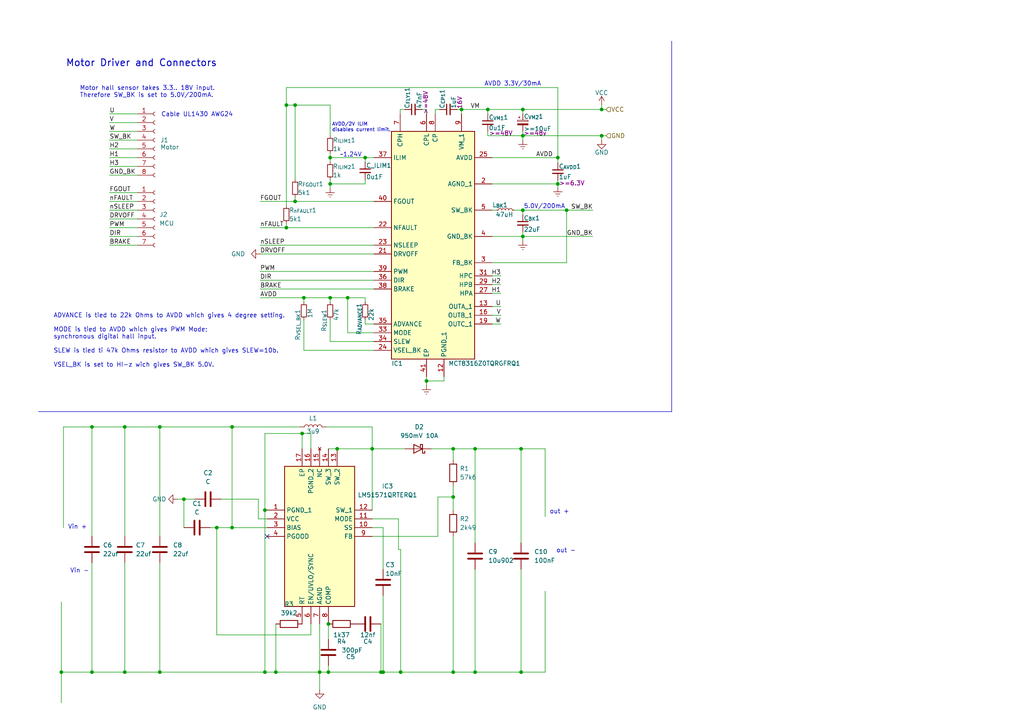
<source format=kicad_sch>
(kicad_sch (version 20230121) (generator eeschema)
  (paper "A4")
  (lib_symbols
    (symbol "Connector:Conn_01x07_Female" (pin_names (offset 1.016) hide)
      (property "Reference" "J" (at 0 10.16 0))
      (property "Value" "Conn_01x07_Female" (at 0 -10.16 0))
      (symbol "Conn_01x07_Female_1_1"
        (arc (start 0 -7.112) (mid -0.5058 -7.62) (end 0 -8.128) (stroke (width 0.1524)))
        (arc (start 0 -4.572) (mid -0.5058 -5.08) (end 0 -5.588) (stroke (width 0.1524)))
        (arc (start 0 -2.032) (mid -0.5058 -2.54) (end 0 -3.048) (stroke (width 0.1524)))
        (polyline (pts (xy -1.27 -7.62) (xy -0.508 -7.62)) (stroke (width 0.1524)))
        (polyline (pts (xy -1.27 -5.08) (xy -0.508 -5.08)) (stroke (width 0.1524)))
        (polyline (pts (xy -1.27 -2.54) (xy -0.508 -2.54)) (stroke (width 0.1524)))
        (polyline (pts (xy -1.27 0) (xy -0.508 0)) (stroke (width 0.1524)))
        (polyline (pts (xy -1.27 2.54) (xy -0.508 2.54)) (stroke (width 0.1524)))
        (polyline (pts (xy -1.27 5.08) (xy -0.508 5.08)) (stroke (width 0.1524)))
        (polyline (pts (xy -1.27 7.62) (xy -0.508 7.62)) (stroke (width 0.1524)))
        (arc (start 0 0.508) (mid -0.5058 0) (end 0 -0.508) (stroke (width 0.1524)))
        (arc (start 0 3.048) (mid -0.5058 2.54) (end 0 2.032) (stroke (width 0.1524)))
        (arc (start 0 5.588) (mid -0.5058 5.08) (end 0 4.572) (stroke (width 0.1524)))
        (arc (start 0 8.128) (mid -0.5058 7.62) (end 0 7.112) (stroke (width 0.1524)))
        (pin passive line (at -5.08 7.62 0) (length 3.81) (name "Pin_1") (number "1"))
        (pin passive line (at -5.08 5.08 0) (length 3.81) (name "Pin_2") (number "2"))
        (pin passive line (at -5.08 2.54 0) (length 3.81) (name "Pin_3") (number "3"))
        (pin passive line (at -5.08 0 0) (length 3.81) (name "Pin_4") (number "4"))
        (pin passive line (at -5.08 -2.54 0) (length 3.81) (name "Pin_5") (number "5"))
        (pin passive line (at -5.08 -5.08 0) (length 3.81) (name "Pin_6") (number "6"))
        (pin passive line (at -5.08 -7.62 0) (length 3.81) (name "Pin_7") (number "7"))
      )
    )
    (symbol "Connector:Conn_01x08_Female" (pin_names (offset 1.016) hide)
      (property "Reference" "J" (at 0 10.16 0))
      (property "Value" "Conn_01x08_Female" (at 0 -12.7 0))
      (symbol "Conn_01x08_Female_1_1"
        (arc (start 0 -9.652) (mid -0.5058 -10.16) (end 0 -10.668) (stroke (width 0.1524)))
        (arc (start 0 -7.112) (mid -0.5058 -7.62) (end 0 -8.128) (stroke (width 0.1524)))
        (arc (start 0 -4.572) (mid -0.5058 -5.08) (end 0 -5.588) (stroke (width 0.1524)))
        (arc (start 0 -2.032) (mid -0.5058 -2.54) (end 0 -3.048) (stroke (width 0.1524)))
        (polyline (pts (xy -1.27 -10.16) (xy -0.508 -10.16)) (stroke (width 0.1524)))
        (polyline (pts (xy -1.27 -7.62) (xy -0.508 -7.62)) (stroke (width 0.1524)))
        (polyline (pts (xy -1.27 -5.08) (xy -0.508 -5.08)) (stroke (width 0.1524)))
        (polyline (pts (xy -1.27 -2.54) (xy -0.508 -2.54)) (stroke (width 0.1524)))
        (polyline (pts (xy -1.27 0) (xy -0.508 0)) (stroke (width 0.1524)))
        (polyline (pts (xy -1.27 2.54) (xy -0.508 2.54)) (stroke (width 0.1524)))
        (polyline (pts (xy -1.27 5.08) (xy -0.508 5.08)) (stroke (width 0.1524)))
        (polyline (pts (xy -1.27 7.62) (xy -0.508 7.62)) (stroke (width 0.1524)))
        (arc (start 0 0.508) (mid -0.5058 0) (end 0 -0.508) (stroke (width 0.1524)))
        (arc (start 0 3.048) (mid -0.5058 2.54) (end 0 2.032) (stroke (width 0.1524)))
        (arc (start 0 5.588) (mid -0.5058 5.08) (end 0 4.572) (stroke (width 0.1524)))
        (arc (start 0 8.128) (mid -0.5058 7.62) (end 0 7.112) (stroke (width 0.1524)))
        (pin passive line (at -5.08 7.62 0) (length 3.81) (name "Pin_1") (number "1"))
        (pin passive line (at -5.08 5.08 0) (length 3.81) (name "Pin_2") (number "2"))
        (pin passive line (at -5.08 2.54 0) (length 3.81) (name "Pin_3") (number "3"))
        (pin passive line (at -5.08 0 0) (length 3.81) (name "Pin_4") (number "4"))
        (pin passive line (at -5.08 -2.54 0) (length 3.81) (name "Pin_5") (number "5"))
        (pin passive line (at -5.08 -5.08 0) (length 3.81) (name "Pin_6") (number "6"))
        (pin passive line (at -5.08 -7.62 0) (length 3.81) (name "Pin_7") (number "7"))
        (pin passive line (at -5.08 -10.16 0) (length 3.81) (name "Pin_8") (number "8"))
      )
    )
    (symbol "Device:C" (pin_numbers hide) (pin_names (offset 0.254))
      (property "Reference" "C" (at 0.635 2.54 0))
      (property "Value" "C" (at 0.635 -2.54 0))
      (symbol "C_0_1"
        (polyline (pts (xy -2.032 -0.762) (xy 2.032 -0.762)) (stroke (width 0.508)))
        (polyline (pts (xy -2.032 0.762) (xy 2.032 0.762)) (stroke (width 0.508)))
      )
      (symbol "C_1_1"
        (pin passive line (at 0 3.81 270) (length 2.794) (name "~") (number "1"))
        (pin passive line (at 0 -3.81 90) (length 2.794) (name "~") (number "2"))
      )
    )
    (symbol "Device:C_Polarized_Small" (pin_numbers hide) (pin_names (offset 0.254) hide)
      (property "Reference" "C" (at 0.254 1.778 0))
      (property "Value" "C_Polarized_Small" (at 0.254 -2.032 0))
      (symbol "C_Polarized_Small_0_1"
        (rectangle (start -1.524 -0.3048) (end 1.524 -0.6858) (fill (type outline)))
        (rectangle (start -1.524 0.6858) (end 1.524 0.3048))
        (polyline (pts (xy -1.27 1.524) (xy -0.762 1.524)))
        (polyline (pts (xy -1.016 1.27) (xy -1.016 1.778)))
      )
      (symbol "C_Polarized_Small_1_1"
        (pin passive line (at 0 2.54 270) (length 1.8542) (name "~") (number "1"))
        (pin passive line (at 0 -2.54 90) (length 1.8542) (name "~") (number "2"))
      )
    )
    (symbol "Device:C_Small" (pin_numbers hide) (pin_names (offset 0.254) hide)
      (property "Reference" "C" (at 0.254 1.778 0))
      (property "Value" "C_Small" (at 0.254 -2.032 0))
      (symbol "C_Small_0_1"
        (polyline (pts (xy -1.524 -0.508) (xy 1.524 -0.508)) (stroke (width 0.3302)))
        (polyline (pts (xy -1.524 0.508) (xy 1.524 0.508)) (stroke (width 0.3048)))
      )
      (symbol "C_Small_1_1"
        (pin passive line (at 0 2.54 270) (length 2.032) (name "~") (number "1"))
        (pin passive line (at 0 -2.54 90) (length 2.032) (name "~") (number "2"))
      )
    )
    (symbol "Device:D_Schottky" (pin_numbers hide) (pin_names (offset 1.016) hide)
      (property "Reference" "D" (at 0 2.54 0))
      (property "Value" "D_Schottky" (at 0 -2.54 0))
      (symbol "D_Schottky_0_1"
        (polyline (pts (xy 1.27 0) (xy -1.27 0)))
        (polyline (pts (xy 1.27 1.27) (xy 1.27 -1.27) (xy -1.27 0) (xy 1.27 1.27)) (stroke (width 0.254)))
        (polyline (pts (xy -1.905 0.635) (xy -1.905 1.27) (xy -1.27 1.27) (xy -1.27 -1.27) (xy -0.635 -1.27) (xy -0.635 -0.635)) (stroke (width 0.254)))
      )
      (symbol "D_Schottky_1_1"
        (pin passive line (at -3.81 0 0) (length 2.54) (name "K") (number "1"))
        (pin passive line (at 3.81 0 180) (length 2.54) (name "A") (number "2"))
      )
    )
    (symbol "Device:L" (pin_numbers hide) (pin_names (offset 1.016) hide)
      (property "Reference" "L" (at -1.27 0 90))
      (property "Value" "L" (at 1.905 0 90))
      (symbol "L_0_1"
        (arc (start 0 -2.54) (mid 0.6323 -1.905) (end 0 -1.27))
        (arc (start 0 -1.27) (mid 0.6323 -0.635) (end 0 0))
        (arc (start 0 0) (mid 0.6323 0.635) (end 0 1.27))
        (arc (start 0 1.27) (mid 0.6323 1.905) (end 0 2.54))
      )
      (symbol "L_1_1"
        (pin passive line (at 0 3.81 270) (length 1.27) (name "1") (number "1"))
        (pin passive line (at 0 -3.81 90) (length 1.27) (name "2") (number "2"))
      )
    )
    (symbol "Device:L_Small" (pin_numbers hide) (pin_names (offset 0.254) hide)
      (property "Reference" "L" (at 0.762 1.016 0))
      (property "Value" "L_Small" (at 0.762 -1.016 0))
      (symbol "L_Small_0_1"
        (arc (start 0 -2.032) (mid 0.5058 -1.524) (end 0 -1.016))
        (arc (start 0 -1.016) (mid 0.5058 -0.508) (end 0 0))
        (arc (start 0 0) (mid 0.5058 0.508) (end 0 1.016))
        (arc (start 0 1.016) (mid 0.5058 1.524) (end 0 2.032))
      )
      (symbol "L_Small_1_1"
        (pin passive line (at 0 2.54 270) (length 0.508) (name "~") (number "1"))
        (pin passive line (at 0 -2.54 90) (length 0.508) (name "~") (number "2"))
      )
    )
    (symbol "Device:R" (pin_numbers hide) (pin_names (offset 0))
      (property "Reference" "R" (at 2.032 0 90))
      (property "Value" "R" (at 0 0 90))
      (symbol "R_0_1"
        (rectangle (start -1.016 -2.54) (end 1.016 2.54) (stroke (width 0.254)))
      )
      (symbol "R_1_1"
        (pin passive line (at 0 3.81 270) (length 1.27) (name "~") (number "1"))
        (pin passive line (at 0 -3.81 90) (length 1.27) (name "~") (number "2"))
      )
    )
    (symbol "Device:R_Small" (pin_numbers hide) (pin_names (offset 0.254) hide)
      (property "Reference" "R" (at 0.762 0.508 0))
      (property "Value" "R_Small" (at 0.762 -1.016 0))
      (symbol "R_Small_0_1"
        (rectangle (start -0.762 1.778) (end 0.762 -1.778) (stroke (width 0.2032)))
      )
      (symbol "R_Small_1_1"
        (pin passive line (at 0 2.54 270) (length 0.762) (name "~") (number "1"))
        (pin passive line (at 0 -2.54 90) (length 0.762) (name "~") (number "2"))
      )
    )
    (symbol "GND_1" (power) (pin_names (offset 0))
      (property "Value" "GND_1" (at 0 -3.81 0))
      (symbol "GND_1_0_1"
        (polyline (pts (xy 0 0) (xy 0 -1.27) (xy 1.27 -1.27) (xy 0 -2.54) (xy -1.27 -1.27) (xy 0 -1.27)))
      )
      (symbol "GND_1_1_1"
        (pin power_in line (at 0 0 270) (length 0) hide (name "GND") (number "1"))
      )
    )
    (symbol "GND_2" (power) (pin_names (offset 0))
      (property "Value" "GND_2" (at 0 -3.81 0))
      (symbol "GND_2_0_1"
        (polyline (pts (xy 0 0) (xy 0 -1.27) (xy 1.27 -1.27) (xy 0 -2.54) (xy -1.27 -1.27) (xy 0 -1.27)))
      )
      (symbol "GND_2_1_1"
        (pin power_in line (at 0 0 270) (length 0) hide (name "GND") (number "1"))
      )
    )
    (symbol "GND_7" (power) (pin_names (offset 0))
      (property "Value" "GND_7" (at 0 -3.81 0))
      (symbol "GND_7_0_1"
        (polyline (pts (xy 0 0) (xy 0 -1.27) (xy 1.27 -1.27) (xy 0 -2.54) (xy -1.27 -1.27) (xy 0 -1.27)))
      )
      (symbol "GND_7_1_1"
        (pin power_in line (at 0 0 270) (length 0) hide (name "GND") (number "1"))
      )
    )
    (symbol "MCT8316Z0TQRGFRQ1:MCT8316Z0TQRGFRQ1"
      (property "Reference" "IC?" (at 5.08 -54.61 0))
      (property "Value" "MCT8316Z0TQRGFRQ1" (at 21.59 -54.61 0))
      (symbol "MCT8316Z0TQRGFRQ1_1_1"
        (rectangle (start 5.08 12.7) (end 29.21 -53.34) (stroke (width 0.254)) (fill (type background)))
        (pin no_connect line (at 29.21 -5.08 180) (length 5.08) hide (name "NC") (number "1"))
        (pin passive line (at 25.4 17.78 270) (length 5.08) hide (name "VM_2") (number "10"))
        (pin passive line (at 25.4 17.78 270) (length 5.08) hide (name "VM_3") (number "11"))
        (pin passive line (at 20.32 -58.42 90) (length 5.08) (name "PGND_1") (number "12"))
        (pin passive line (at 34.29 -38.1 180) (length 5.08) (name "OUTA_1") (number "13"))
        (pin passive line (at 34.29 -38.1 180) (length 5.08) hide (name "OUTA_2") (number "14"))
        (pin passive line (at 20.32 -58.42 90) (length 5.08) hide (name "PGND_2") (number "15"))
        (pin passive line (at 34.29 -40.64 180) (length 5.08) (name "OUTB_1") (number "16"))
        (pin passive line (at 34.29 -40.64 180) (length 5.08) hide (name "OUTB_2") (number "17"))
        (pin passive line (at 20.32 -58.42 90) (length 5.08) hide (name "PGND_3") (number "18"))
        (pin passive line (at 34.29 -43.18 180) (length 5.08) (name "OUTC_1") (number "19"))
        (pin passive line (at 34.29 -2.54 180) (length 5.08) (name "AGND_1") (number "2"))
        (pin passive line (at 34.29 -43.18 180) (length 5.08) hide (name "OUTC_2") (number "20"))
        (pin passive line (at 0 -22.86 0) (length 5.08) (name "DRVOFF") (number "21"))
        (pin passive line (at 0 -15.24 0) (length 5.08) (name "NFAULT") (number "22"))
        (pin passive line (at 0 -20.32 0) (length 5.08) (name "NSLEEP") (number "23"))
        (pin passive line (at 0 -50.8 0) (length 5.08) (name "VSEL_BK") (number "24"))
        (pin passive line (at 34.29 5.08 180) (length 5.08) (name "AVDD") (number "25"))
        (pin passive line (at 34.29 -2.54 180) (length 5.08) hide (name "AGND_2") (number "26"))
        (pin passive line (at 34.29 -34.29 180) (length 5.08) (name "HPA") (number "27"))
        (pin no_connect line (at 29.21 -21.59 180) (length 5.08) hide (name "HNA") (number "28"))
        (pin passive line (at 34.29 -31.75 180) (length 5.08) (name "HPB") (number "29"))
        (pin passive line (at 34.29 -25.4 180) (length 5.08) (name "FB_BK") (number "3"))
        (pin no_connect line (at 29.21 -21.59 180) (length 5.08) hide (name "HNB") (number "30"))
        (pin passive line (at 34.29 -29.21 180) (length 5.08) (name "HPC") (number "31"))
        (pin no_connect line (at 29.21 -21.59 180) (length 5.08) hide (name "HNC") (number "32"))
        (pin passive line (at 0 -45.72 0) (length 5.08) (name "MODE") (number "33"))
        (pin passive line (at 0 -48.26 0) (length 5.08) (name "SLEW") (number "34"))
        (pin passive line (at 0 -43.18 0) (length 5.08) (name "ADVANCE") (number "35"))
        (pin passive line (at 0 -30.48 0) (length 5.08) (name "DIR") (number "36"))
        (pin passive line (at 0 5.08 0) (length 5.08) (name "ILIM") (number "37"))
        (pin passive line (at 0 -33.02 0) (length 5.08) (name "BRAKE") (number "38"))
        (pin passive line (at 0 -27.94 0) (length 5.08) (name "PWM") (number "39"))
        (pin passive line (at 34.29 -17.78 180) (length 5.08) (name "GND_BK") (number "4"))
        (pin passive line (at 0 -7.62 0) (length 5.08) (name "FGOUT") (number "40"))
        (pin passive line (at 15.24 -58.42 90) (length 5.08) (name "EP") (number "41"))
        (pin passive line (at 34.29 -10.16 180) (length 5.08) (name "SW_BK") (number "5"))
        (pin passive line (at 15.24 17.78 270) (length 5.08) (name "CPL") (number "6"))
        (pin passive line (at 7.62 17.78 270) (length 5.08) (name "CPH") (number "7"))
        (pin passive line (at 17.78 17.78 270) (length 5.08) (name "CP") (number "8"))
        (pin passive line (at 25.4 17.78 270) (length 5.08) (name "VM_1") (number "9"))
      )
    )
    (symbol "SamacSys_Parts:LM51571QRTERQ1"
      (property "Reference" "IC" (at 26.67 17.78 0))
      (property "Value" "LM51571QRTERQ1" (at 26.67 15.24 0))
      (symbol "LM51571QRTERQ1_1_1"
        (rectangle (start 5.08 12.7) (end 25.4 -27.94) (stroke (width 0.254)) (fill (type background)))
        (pin passive line (at 0 0 0) (length 5.08) (name "PGND_1") (number "1"))
        (pin passive line (at 30.48 -5.08 180) (length 5.08) (name "SS") (number "10"))
        (pin passive line (at 30.48 -2.54 180) (length 5.08) (name "MODE") (number "11"))
        (pin passive line (at 30.48 0 180) (length 5.08) (name "SW_1") (number "12"))
        (pin passive line (at 20.32 17.78 270) (length 5.08) (name "SW_2") (number "13"))
        (pin passive line (at 17.78 17.78 270) (length 5.08) (name "SW_3") (number "14"))
        (pin no_connect line (at 15.24 17.78 270) (length 5.08) (name "NC") (number "15"))
        (pin passive line (at 12.7 17.78 270) (length 5.08) (name "PGND_2") (number "16"))
        (pin passive line (at 10.16 17.78 270) (length 5.08) (name "EP") (number "17"))
        (pin passive line (at 0 -2.54 0) (length 5.08) (name "VCC") (number "2"))
        (pin passive line (at 0 -5.08 0) (length 5.08) (name "BIAS") (number "3"))
        (pin passive line (at 0 -7.62 0) (length 5.08) (name "PGOOD") (number "4"))
        (pin passive line (at 10.16 -33.02 90) (length 5.08) (name "RT") (number "5"))
        (pin passive line (at 12.7 -33.02 90) (length 5.08) (name "EN/UVLO/SYNC") (number "6"))
        (pin passive line (at 15.24 -33.02 90) (length 5.08) (name "AGND") (number "7"))
        (pin passive line (at 17.78 -33.02 90) (length 5.08) (name "COMP") (number "8"))
        (pin passive line (at 30.48 -7.62 180) (length 5.08) (name "FB") (number "9"))
      )
    )
    (symbol "power:GND" (power) (pin_names (offset 0))
      (property "Value" "GND" (at 0 -3.81 0))
      (symbol "GND_0_1"
        (polyline (pts (xy 0 0) (xy 0 -1.27) (xy 1.27 -1.27) (xy 0 -2.54) (xy -1.27 -1.27) (xy 0 -1.27)))
      )
      (symbol "GND_1_1"
        (pin power_in line (at 0 0 270) (length 0) hide (name "GND") (number "1"))
      )
    )
    (symbol "power:GNDREF" (power) (pin_names (offset 0))
      (property "Value" "GNDREF" (at 0 -3.81 0))
      (symbol "GNDREF_0_1"
        (polyline (pts (xy -0.635 -1.905) (xy 0.635 -1.905)))
        (polyline (pts (xy -0.127 -2.54) (xy 0.127 -2.54)))
        (polyline (pts (xy 0 -1.27) (xy 0 0)))
        (polyline (pts (xy 1.27 -1.27) (xy -1.27 -1.27)))
      )
      (symbol "GNDREF_1_1"
        (pin power_in line (at 0 0 270) (length 0) hide (name "GNDREF") (number "1"))
      )
    )
    (symbol "power:VCC" (power) (pin_names (offset 0))
      (property "Value" "VCC" (at 0 3.81 0))
      (symbol "VCC_0_1"
        (polyline (pts (xy -0.762 1.27) (xy 0 2.54)))
        (polyline (pts (xy 0 0) (xy 0 2.54)))
        (polyline (pts (xy 0 2.54) (xy 0.762 1.27)))
      )
      (symbol "VCC_1_1"
        (pin power_in line (at 0 0 90) (length 0) hide (name "VCC") (number "1"))
      )
    )
  )
  (junction (at 151.13 194.945))
  (junction (at 110.49 194.945))
  (junction (at 97.79 130.175))
  (junction (at 87.63 125.73))
  (junction (at 151.638 60.96))
  (junction (at 107.95 130.175))
  (junction (at 164.338 60.96))
  (junction (at 95.25 180.975))
  (junction (at 53.34 144.78))
  (junction (at 151.638 31.75))
  (junction (at 46.355 194.945))
  (junction (at 83.058 66.04))
  (junction (at 151.638 68.58))
  (junction (at 17.78 194.945))
  (junction (at 137.795 130.175))
  (junction (at 131.445 144.145))
  (junction (at 174.498 31.75))
  (junction (at 36.195 194.945))
  (junction (at 95.758 86.36))
  (junction (at 174.498 39.37))
  (junction (at 111.125 194.945))
  (junction (at 76.835 147.955))
  (junction (at 62.865 153.035))
  (junction (at 80.01 194.945))
  (junction (at 88.138 86.36))
  (junction (at 131.445 194.945))
  (junction (at 95.758 45.72))
  (junction (at 137.795 194.945))
  (junction (at 161.798 45.72))
  (junction (at 85.598 30.48))
  (junction (at 76.835 194.945))
  (junction (at 131.445 130.175))
  (junction (at 100.838 86.36))
  (junction (at 85.598 58.42))
  (junction (at 83.058 30.48))
  (junction (at 133.858 31.75))
  (junction (at 67.31 123.825))
  (junction (at 67.31 153.035))
  (junction (at 141.478 31.75))
  (junction (at 36.195 123.825))
  (junction (at 92.71 194.945))
  (junction (at 105.918 45.72))
  (junction (at 95.758 53.34))
  (junction (at 151.638 39.37))
  (junction (at 46.355 123.825))
  (junction (at 123.698 110.49))
  (junction (at 151.13 130.175))
  (junction (at 95.25 194.945))
  (junction (at 26.67 194.945))
  (junction (at 26.67 123.825))
  (junction (at 161.798 53.34))
  (junction (at 116.205 194.945))
  (no_connect (at 77.47 155.575))
  (wire (pts (xy 142.748 60.96) (xy 144.018 60.96)))
  (wire (pts (xy 105.918 92.71) (xy 105.918 93.98)))
  (wire (pts (xy 75.438 58.42) (xy 85.598 58.42)))
  (wire (pts (xy 151.13 194.945) (xy 158.115 194.945)))
  (wire (pts (xy 31.75 38.1) (xy 39.878 38.1)))
  (wire (pts (xy 88.138 86.36) (xy 95.758 86.36)))
  (wire (pts (xy 26.67 194.945) (xy 36.195 194.945)))
  (wire (pts (xy 62.865 153.035) (xy 67.31 153.035)))
  (wire (pts (xy 115.57 159.385) (xy 115.57 150.495)))
  (wire (pts (xy 26.67 123.825) (xy 36.195 123.825)))
  (wire (pts (xy 95.758 86.36) (xy 95.758 87.63)))
  (wire (pts (xy 17.78 174.625) (xy 17.78 194.945)))
  (wire (pts (xy 95.758 53.34) (xy 95.758 54.61)))
  (wire (pts (xy 31.75 66.04) (xy 39.878 66.04)))
  (wire (pts (xy 161.798 52.324) (xy 161.798 53.34)))
  (wire (pts (xy 100.838 86.36) (xy 105.918 86.36)))
  (wire (pts (xy 85.598 58.42) (xy 85.598 57.15)))
  (wire (pts (xy 88.138 101.6) (xy 108.458 101.6)))
  (wire (pts (xy 142.748 93.98) (xy 145.288 93.98)))
  (wire (pts (xy 131.445 155.575) (xy 131.445 194.945)))
  (wire (pts (xy 123.698 31.75) (xy 122.428 31.75)))
  (wire (pts (xy 18.415 123.825) (xy 26.67 123.825)))
  (wire (pts (xy 151.13 165.1) (xy 151.13 194.945)))
  (wire (pts (xy 111.125 153.035) (xy 111.125 165.1)))
  (wire (pts (xy 31.75 33.02) (xy 39.878 33.02)))
  (wire (pts (xy 80.01 194.945) (xy 92.71 194.945)))
  (wire (pts (xy 142.748 80.01) (xy 145.288 80.01)))
  (wire (pts (xy 161.798 53.34) (xy 161.798 54.356)))
  (wire (pts (xy 115.57 159.385) (xy 116.205 159.385)))
  (wire (pts (xy 111.125 172.72) (xy 111.125 194.945)))
  (wire (pts (xy 158.115 171.45) (xy 158.115 194.945)))
  (wire (pts (xy 17.78 194.945) (xy 17.78 203.835)))
  (wire (pts (xy 17.78 194.945) (xy 26.67 194.945)))
  (wire (pts (xy 85.598 58.42) (xy 108.458 58.42)))
  (wire (pts (xy 137.795 130.175) (xy 151.13 130.175)))
  (wire (pts (xy 116.078 31.75) (xy 116.078 33.02)))
  (wire (pts (xy 126.238 31.75) (xy 126.238 33.02)))
  (wire (pts (xy 95.758 44.45) (xy 95.758 45.72)))
  (wire (pts (xy 137.795 165.1) (xy 137.795 194.945)))
  (wire (pts (xy 142.748 82.55) (xy 145.288 82.55)))
  (wire (pts (xy 141.478 31.75) (xy 151.638 31.75)))
  (wire (pts (xy 87.63 125.73) (xy 90.17 125.73)))
  (wire (pts (xy 95.758 46.99) (xy 95.758 45.72)))
  (wire (pts (xy 142.748 85.09) (xy 145.288 85.09)))
  (wire (pts (xy 92.71 194.945) (xy 95.25 194.945)))
  (wire (pts (xy 127.508 31.75) (xy 126.238 31.75)))
  (wire (pts (xy 158.115 130.175) (xy 158.115 149.86)))
  (wire (pts (xy 95.758 45.72) (xy 105.918 45.72)))
  (wire (pts (xy 31.75 63.5) (xy 39.878 63.5)))
  (wire (pts (xy 151.638 39.37) (xy 151.638 40.64)))
  (wire (pts (xy 95.25 193.04) (xy 95.25 194.945)))
  (wire (pts (xy 107.95 130.175) (xy 97.79 130.175)))
  (wire (pts (xy 95.25 194.945) (xy 110.49 194.945)))
  (wire (pts (xy 151.13 157.48) (xy 151.13 130.175)))
  (wire (pts (xy 90.17 184.15) (xy 62.865 184.15)))
  (wire (pts (xy 123.698 33.02) (xy 123.698 31.75)))
  (wire (pts (xy 164.338 60.96) (xy 164.338 76.2)))
  (wire (pts (xy 92.71 180.975) (xy 92.71 194.945)))
  (wire (pts (xy 127 155.575) (xy 127 144.145)))
  (wire (pts (xy 115.57 150.495) (xy 107.95 150.495)))
  (wire (pts (xy 77.47 153.035) (xy 67.31 153.035)))
  (wire (pts (xy 110.49 194.945) (xy 111.125 194.945)))
  (wire (pts (xy 51.435 144.78) (xy 53.34 144.78)))
  (wire (pts (xy 131.445 130.175) (xy 137.795 130.175)))
  (wire (pts (xy 76.835 147.955) (xy 76.835 194.945)))
  (wire (pts (xy 174.498 39.37) (xy 174.498 40.64)))
  (wire (pts (xy 75.438 78.74) (xy 108.458 78.74)))
  (wire (pts (xy 83.058 30.48) (xy 83.058 59.69)))
  (wire (pts (xy 76.835 125.73) (xy 76.835 147.955)))
  (wire (pts (xy 132.588 31.75) (xy 133.858 31.75)))
  (wire (pts (xy 151.638 31.75) (xy 151.638 33.02)))
  (wire (pts (xy 62.865 184.15) (xy 62.865 153.035)))
  (wire (pts (xy 137.795 130.175) (xy 137.795 157.48)))
  (wire (pts (xy 131.445 130.175) (xy 131.445 133.35)))
  (wire (pts (xy 36.195 123.825) (xy 36.195 155.575)))
  (wire (pts (xy 151.638 60.96) (xy 164.338 60.96)))
  (wire (pts (xy 127 144.145) (xy 131.445 144.145)))
  (wire (pts (xy 161.798 53.34) (xy 142.748 53.34)))
  (wire (pts (xy 174.498 39.37) (xy 175.768 39.37)))
  (wire (pts (xy 142.748 76.2) (xy 164.338 76.2)))
  (wire (pts (xy 31.75 55.88) (xy 39.878 55.88)))
  (wire (pts (xy 107.95 147.955) (xy 107.95 130.175)))
  (wire (pts (xy 151.638 31.75) (xy 174.498 31.75)))
  (wire (pts (xy 116.205 194.945) (xy 131.445 194.945)))
  (wire (pts (xy 67.31 123.825) (xy 86.995 123.825)))
  (wire (pts (xy 26.67 123.825) (xy 26.67 155.575)))
  (wire (pts (xy 131.445 194.945) (xy 137.795 194.945)))
  (wire (pts (xy 111.125 194.945) (xy 116.205 194.945)))
  (wire (pts (xy 18.415 123.825) (xy 18.415 153.035)))
  (wire (pts (xy 64.135 144.78) (xy 74.93 144.78)))
  (wire (pts (xy 142.748 45.72) (xy 161.798 45.72)))
  (wire (pts (xy 53.34 144.78) (xy 56.515 144.78)))
  (wire (pts (xy 31.75 68.58) (xy 39.878 68.58)))
  (wire (pts (xy 151.13 130.175) (xy 158.115 130.175)))
  (wire (pts (xy 164.338 60.96) (xy 171.958 60.96)))
  (wire (pts (xy 85.598 30.48) (xy 95.758 30.48)))
  (wire (pts (xy 74.93 150.495) (xy 77.47 150.495)))
  (wire (pts (xy 174.498 31.75) (xy 175.768 31.75)))
  (wire (pts (xy 137.795 194.945) (xy 151.13 194.945)))
  (wire (pts (xy 161.798 45.72) (xy 161.798 47.244)))
  (wire (pts (xy 95.758 30.48) (xy 95.758 39.37)))
  (wire (pts (xy 107.95 130.175) (xy 117.475 130.175)))
  (wire (pts (xy 74.93 144.78) (xy 74.93 150.495)))
  (wire (pts (xy 107.95 153.035) (xy 111.125 153.035)))
  (wire (pts (xy 174.498 30.48) (xy 174.498 31.75)))
  (wire (pts (xy 116.078 31.75) (xy 117.348 31.75)))
  (polyline (pts (xy 194.818 11.938) (xy 194.818 119.38)))
  (wire (pts (xy 92.71 194.945) (xy 92.71 200.025)))
  (wire (pts (xy 83.058 66.04) (xy 83.058 64.77)))
  (wire (pts (xy 131.445 144.145) (xy 131.445 147.955)))
  (wire (pts (xy 142.748 91.44) (xy 145.288 91.44)))
  (wire (pts (xy 46.355 194.945) (xy 76.835 194.945)))
  (wire (pts (xy 105.918 45.72) (xy 108.458 45.72)))
  (wire (pts (xy 133.858 31.75) (xy 133.858 33.02)))
  (wire (pts (xy 128.778 109.22) (xy 128.778 110.49)))
  (wire (pts (xy 151.638 67.31) (xy 151.638 68.58)))
  (wire (pts (xy 105.918 45.72) (xy 105.918 46.99)))
  (wire (pts (xy 95.758 92.71) (xy 95.758 99.06)))
  (wire (pts (xy 85.598 30.48) (xy 85.598 52.07)))
  (wire (pts (xy 36.195 163.195) (xy 36.195 194.945)))
  (wire (pts (xy 123.698 110.49) (xy 123.698 109.22)))
  (wire (pts (xy 90.17 130.175) (xy 90.17 125.73)))
  (wire (pts (xy 151.638 60.96) (xy 149.098 60.96)))
  (wire (pts (xy 123.698 110.49) (xy 123.698 111.76)))
  (wire (pts (xy 31.75 50.8) (xy 39.878 50.8)))
  (wire (pts (xy 75.438 86.36) (xy 88.138 86.36)))
  (wire (pts (xy 133.858 31.75) (xy 141.478 31.75)))
  (wire (pts (xy 151.638 68.58) (xy 171.958 68.58)))
  (wire (pts (xy 141.478 31.75) (xy 141.478 33.02)))
  (wire (pts (xy 31.75 71.12) (xy 39.878 71.12)))
  (wire (pts (xy 83.058 25.4) (xy 83.058 30.48)))
  (wire (pts (xy 75.438 81.28) (xy 108.458 81.28)))
  (wire (pts (xy 151.638 38.1) (xy 151.638 39.37)))
  (wire (pts (xy 125.095 130.175) (xy 131.445 130.175)))
  (wire (pts (xy 88.138 92.71) (xy 88.138 101.6)))
  (wire (pts (xy 75.438 71.12) (xy 108.458 71.12)))
  (wire (pts (xy 67.31 123.825) (xy 67.31 153.035)))
  (wire (pts (xy 31.75 58.42) (xy 39.878 58.42)))
  (wire (pts (xy 95.758 99.06) (xy 108.458 99.06)))
  (wire (pts (xy 46.355 123.825) (xy 67.31 123.825)))
  (wire (pts (xy 100.838 96.52) (xy 100.838 86.36)))
  (wire (pts (xy 95.758 53.34) (xy 95.758 52.07)))
  (wire (pts (xy 110.49 180.975) (xy 110.49 194.945)))
  (wire (pts (xy 75.438 83.82) (xy 108.458 83.82)))
  (wire (pts (xy 83.058 66.04) (xy 108.458 66.04)))
  (wire (pts (xy 46.355 123.825) (xy 46.355 155.575)))
  (polyline (pts (xy 11.176 119.38) (xy 194.818 119.38)))
  (wire (pts (xy 161.798 25.4) (xy 161.798 45.72)))
  (wire (pts (xy 36.195 123.825) (xy 46.355 123.825)))
  (wire (pts (xy 83.058 30.48) (xy 85.598 30.48)))
  (wire (pts (xy 88.138 86.36) (xy 88.138 87.63)))
  (wire (pts (xy 105.918 87.63) (xy 105.918 86.36)))
  (wire (pts (xy 141.478 38.1) (xy 141.478 39.37)))
  (wire (pts (xy 31.75 60.96) (xy 39.878 60.96)))
  (wire (pts (xy 31.75 45.72) (xy 39.878 45.72)))
  (wire (pts (xy 95.758 53.34) (xy 105.918 53.34)))
  (wire (pts (xy 95.758 86.36) (xy 100.838 86.36)))
  (wire (pts (xy 76.835 194.945) (xy 80.01 194.945)))
  (wire (pts (xy 87.63 125.73) (xy 87.63 130.175)))
  (wire (pts (xy 128.778 110.49) (xy 123.698 110.49)))
  (wire (pts (xy 161.798 25.4) (xy 83.058 25.4)))
  (wire (pts (xy 95.25 180.975) (xy 95.25 185.42)))
  (wire (pts (xy 31.75 43.18) (xy 39.878 43.18)))
  (wire (pts (xy 151.638 62.23) (xy 151.638 60.96)))
  (wire (pts (xy 76.835 125.73) (xy 87.63 125.73)))
  (wire (pts (xy 31.75 40.64) (xy 39.878 40.64)))
  (wire (pts (xy 31.75 48.26) (xy 39.878 48.26)))
  (wire (pts (xy 105.918 52.07) (xy 105.918 53.34)))
  (wire (pts (xy 76.835 147.955) (xy 77.47 147.955)))
  (wire (pts (xy 60.96 153.035) (xy 62.865 153.035)))
  (wire (pts (xy 141.478 39.37) (xy 151.638 39.37)))
  (wire (pts (xy 95.25 130.175) (xy 97.79 130.175)))
  (wire (pts (xy 36.195 194.945) (xy 46.355 194.945)))
  (wire (pts (xy 116.205 159.385) (xy 116.205 194.945)))
  (wire (pts (xy 105.918 93.98) (xy 108.458 93.98)))
  (wire (pts (xy 31.75 35.56) (xy 39.878 35.56)))
  (wire (pts (xy 151.638 39.37) (xy 174.498 39.37)))
  (wire (pts (xy 46.355 163.195) (xy 46.355 194.945)))
  (wire (pts (xy 75.438 73.66) (xy 108.458 73.66)))
  (wire (pts (xy 107.95 155.575) (xy 127 155.575)))
  (wire (pts (xy 131.445 140.97) (xy 131.445 144.145)))
  (wire (pts (xy 107.95 123.825) (xy 107.95 130.175)))
  (wire (pts (xy 53.34 153.035) (xy 53.34 144.78)))
  (wire (pts (xy 75.438 66.04) (xy 83.058 66.04)))
  (wire (pts (xy 26.67 163.195) (xy 26.67 194.945)))
  (wire (pts (xy 94.615 123.825) (xy 107.95 123.825)))
  (wire (pts (xy 90.17 180.975) (xy 90.17 184.15)))
  (wire (pts (xy 108.458 96.52) (xy 100.838 96.52)))
  (wire (pts (xy 151.638 68.58) (xy 142.748 68.58)))
  (wire (pts (xy 142.748 88.9) (xy 145.288 88.9)))
  (wire (pts (xy 151.638 68.58) (xy 151.638 69.85)))
  (wire (pts (xy 80.01 180.975) (xy 80.01 194.945)))
  (text "Vin -\n" (at 20.32 166.37 0) (effects (font (size 1.27 1.27)) (justify left bottom)))
  (text "Vin +\n" (at 19.685 153.67 0) (effects (font (size 1.27 1.27)) (justify left bottom)))
  (text "~1.24V" (at 98.552 45.72 0) (effects (font (size 1.27 1.27)) (justify left bottom)))
  (text "out -\n\n" (at 161.29 162.56 0) (effects (font (size 1.27 1.27)) (justify left bottom)))
  (text "AVDD 3.3V/30mA" (at 140.462 25.146 0) (effects (font (size 1.27 1.27)) (justify left bottom)))
  (text "out +\n" (at 159.385 149.225 0) (effects (font (size 1.27 1.27)) (justify left bottom)))
  (text "AVDD/2V ILIM \ndisables current limit." (at 96.266 38.354 0) (effects (font (size 1 1)) (justify left bottom)))
  (text "Motor hall sensor takes 3.3.. 18V input.\nTherefore SW_BK is set to 5.0V/200mA." (at 23.114 28.448 0) (effects (font (size 1.27 1.27)) (justify left bottom)))
  (text "ADVANCE is tied to 22k Ohms to AVDD which gives 4 degree setting.\n\nMODE is tied to AVDD which gives PWM Mode;\nsynchronous digital hall input.\n\nSLEW is tied ti 47k Ohms resistor to AVDD which gives SLEW=10b.\n\nVSEL_BK is set to HI-z wich gives SW_BK 5.0V." (at 15.494 106.68 0) (effects (font (size 1.27 1.27)) (justify left bottom)))
  (text "Cable UL1430 AWG24" (at 46.736 34.036 0) (effects (font (size 1.27 1.27)) (justify left bottom)))
  (text "5.0V/200mA" (at 151.892 60.706 0) (effects (font (size 1.27 1.27)) (justify left bottom)))
  (text "Motor Driver and Connectors" (at 19.05 19.558 0) (effects (font (size 2 2) (thickness 0.254) bold) (justify left bottom)))
  (label "H1" (at 145.288 85.09 180))
  (label "H1" (at 31.75 45.72 0))
  (label "H3" (at 145.288 80.01 180))
  (label "FGOUT" (at 31.75 55.88 0))
  (label "SW_BK" (at 31.75 40.64 0))
  (label "AVDD" (at 155.448 45.72 0))
  (label "BRAKE" (at 31.75 71.12 0))
  (label "U" (at 145.288 88.9 180))
  (label "V" (at 145.288 91.44 180))
  (label "GND_BK" (at 31.75 50.8 0))
  (label "AVDD" (at 75.438 86.36 0))
  (label "DIR" (at 75.438 81.28 0))
  (label "PWM" (at 31.75 66.04 0))
  (label "H2" (at 145.288 82.55 180))
  (label "DRVOFF" (at 31.75 63.5 0))
  (label "DIR" (at 31.75 68.58 0))
  (label "nSLEEP" (at 31.75 60.96 0))
  (label "FGOUT" (at 75.438 58.42 0))
  (label "DRVOFF" (at 75.438 73.66 0))
  (label "W" (at 31.75 38.1 0))
  (label "nFAULT" (at 31.75 58.42 0))
  (label "VM" (at 139.192 31.75 180))
  (label "U" (at 31.75 33.02 0))
  (label "BRAKE" (at 75.438 83.82 0))
  (label "SW_BK" (at 171.958 60.96 180))
  (label "PWM" (at 75.438 78.74 0))
  (label "H3" (at 31.75 48.26 0))
  (label "GND_BK" (at 171.958 68.58 180))
  (label "H2" (at 31.75 43.18 0))
  (label "W" (at 145.288 93.98 180))
  (label "nSLEEP" (at 75.438 71.12 0))
  (label "V" (at 31.75 35.56 0))
  (label "nFAULT" (at 75.438 66.04 0))
  (hierarchical_label "VCC" (shape input) (at 175.768 31.75 0))
  (hierarchical_label "GND" (shape input) (at 175.768 39.37 0))
  (symbol (lib_id "Device:R_Small") (at 83.058 62.23 0) (unit 1)
    (property "Reference" "R_{nFAULT}1" (at 83.82 60.96 0) (effects (justify left)))
    (property "Value" "5k1" (at 83.82 63.5 0) (effects (justify left)))
  )
  (symbol (lib_id "Device:C_Small") (at 141.478 35.56 0) (unit 1)
    (property "Reference" "C_{VM1}1" (at 141.732 34.036 0) (effects (justify left)))
    (property "Value" "0u1F" (at 141.732 37.084 0) (effects (justify left)))
    (property "Voltage" ">=48V" (at 145.288 38.608 0))
  )
  (symbol (lib_id "Device:C") (at 111.125 168.91 0) (unit 1)
    (property "Reference" "C3" (at 111.76 163.83 0) (effects (justify left)))
    (property "Value" "10nF" (at 111.76 166.37 0) (effects (justify left)))
  )
  (symbol (lib_id "power:GNDREF") (at 161.798 54.356 0) (unit 1)
    (property "Reference" "#PWR05" (effects hide))
    (property "Value" "GNDREF" (effects hide))
  )
  (symbol (lib_id "Device:C") (at 95.25 189.23 180) (unit 1)
    (property "Reference" "C5" (at 100.33 190.5 0) (effects (justify right)))
    (property "Value" "300pF" (at 99.06 188.595 0) (effects (justify right)))
  )
  (symbol (lib_id "Device:C") (at 151.13 161.29 0) (unit 1)
    (property "Reference" "C10" (at 154.94 160.02 0) (effects (justify left)))
    (property "Value" "100nF" (at 154.94 162.56 0) (effects (justify left)))
  )
  (symbol (lib_id "Device:C") (at 57.15 153.035 270) (unit 1)
    (property "Reference" "C1" (at 57.15 146.05 90))
    (property "Value" "C" (at 57.15 148.59 90))
  )
  (symbol (lib_id "Device:C_Small") (at 161.798 49.784 0) (unit 1)
    (property "Reference" "C_{AVDD}1" (at 162.052 48.26 0) (effects (justify left)))
    (property "Value" "1uF" (at 162.052 51.308 0) (effects (justify left)))
    (property "Voltage" ">=6.3V" (at 165.862 53.086 0))
  )
  (symbol (lib_id "Device:R") (at 83.82 180.975 90) (unit 1)
    (property "Reference" "R3" (at 83.82 175.26 90))
    (property "Value" "39k2" (at 83.82 177.8 90))
  )
  (symbol (lib_id "Device:C") (at 46.355 159.385 0) (unit 1)
    (property "Reference" "C8" (at 50.165 158.115 0) (effects (justify left)))
    (property "Value" "22uf" (at 50.165 160.655 0) (effects (justify left)))
  )
  (symbol (lib_id "Device:R_Small") (at 88.138 90.17 180) (unit 1)
    (property "Reference" "R_{VSEL_BK}1" (at 86.36 89.662 90) (effects (justify left)))
    (property "Value" "1M" (at 89.916 89.408 90) (effects (justify left)))
  )
  (symbol (lib_id "Device:R_Small") (at 95.758 49.53 0) (unit 1)
    (property "Reference" "R_{ILIM2}1" (at 96.52 48.26 0) (effects (justify left)))
    (property "Value" "1k" (at 96.52 50.8 0) (effects (justify left)))
  )
  (symbol (lib_id "MCT8316Z0TQRGFRQ1:MCT8316Z0TQRGFRQ1") (at 108.458 50.8 0) (unit 1)
    (property "Reference" "IC1" (at 113.538 105.41 0) (effects (justify left)))
    (property "Value" "MCT8316Z0TQRGFRQ1" (at 130.048 105.41 0) (effects (justify left)))
    (property "Reference_1" "IC" (effects hide))
    (property "Value_1" "MCT8316Z0TQRGFRQ1" (effects hide))
    (property "Footprint_1" "QFN50P500X700X100-41N-D" (effects hide))
    (property "Datasheet_1" "https://www.ti.com/lit/ds/symlink/mct8316z-q1.pdf?ts=1644468763902&ref_url=https%253A%252F%252Fwww.ti.com%252Fproduct%252FMCT8316Z-Q1" (effects hide))
    (property "Height" "1" (effects hide))
    (property "Mouser Part Number" "595-CT8316Z0TQRGFRQ1" (effects hide))
    (property "Mouser Price/Stock" "https://www.mouser.co.uk/ProductDetail/Texas-Instruments/MCT8316Z0TQRGFRQ1?qs=doiCPypUmgGjpIW3bYp16w%3D%3D" (effects hide))
    (property "Manufacturer_Name" "Texas Instruments" (effects hide))
    (property "Manufacturer_Part_Number" "MCT8316Z0TQRGFRQ1" (effects hide))
  )
  (symbol (lib_id "power:GNDREF") (at 123.698 111.76 0) (unit 1)
    (property "Reference" "#PWR02" (effects hide))
    (property "Value" "GNDREF" (effects hide))
  )
  (symbol (lib_id "Device:R_Small") (at 85.598 54.61 0) (unit 1)
    (property "Reference" "R_{FGOUT}1" (at 86.36 53.34 0) (effects (justify left)))
    (property "Value" "5k1" (at 86.36 55.88 0) (effects (justify left)))
  )
  (symbol (lib_id "Device:R") (at 131.445 137.16 180) (unit 1)
    (property "Reference" "R1" (at 133.35 135.89 0) (effects (justify right)))
    (property "Value" "57k6" (at 133.35 138.43 0) (effects (justify right)))
  )
  (symbol (lib_id "Device:C") (at 60.325 144.78 90) (unit 1)
    (property "Reference" "C2" (at 60.325 137.16 90))
    (property "Value" "C" (at 60.325 139.7 90))
  )
  (symbol (lib_id "Device:C_Small") (at 119.888 31.75 90) (unit 1)
    (property "Reference" "C_{FLY1}1" (at 118.11 31.496 0) (effects (justify left)))
    (property "Value" "47nF" (at 121.666 31.496 0) (effects (justify left)))
    (property "Voltage" ">=48V" (at 123.444 29.718 0))
  )
  (symbol (lib_name "GND_7") (lib_id "power:GND") (at 92.71 200.025 0) (unit 1)
    (property "Reference" "#PWR014" (effects hide))
    (property "Value" "GND" (at 92.71 205.105 0))
  )
  (symbol (lib_id "Connector:Conn_01x08_Female") (at 44.958 40.64 0) (unit 1)
    (property "Reference" "J1" (at 46.482 40.6399 0) (effects (justify left)))
    (property "Value" "Motor" (at 46.482 42.672 0) (effects (justify left)))
  )
  (symbol (lib_name "GND_2") (lib_id "power:GND") (at 51.435 144.78 270) (unit 1)
    (property "Reference" "#PWR09" (effects hide))
    (property "Value" "GND" (at 48.26 144.78 90) (effects (justify right)))
  )
  (symbol (lib_name "GND_1") (lib_id "power:GND") (at 75.438 73.66 270) (unit 1)
    (property "Reference" "#PWR08" (effects hide))
    (property "Value" "GND" (at 71.12 73.66 90) (effects (justify right)))
  )
  (symbol (lib_id "Device:R") (at 99.06 180.975 270) (unit 1)
    (property "Reference" "R4" (at 99.06 186.055 90))
    (property "Value" "1k37" (at 99.06 184.15 90))
  )
  (symbol (lib_id "Device:L_Small") (at 146.558 60.96 90) (unit 1)
    (property "Reference" "L_{BK}1" (at 145.034 59.436 90))
    (property "Value" "47uH" (at 146.304 62.23 90))
  )
  (symbol (lib_id "Device:C") (at 137.795 161.29 0) (unit 1)
    (property "Reference" "C9" (at 141.605 160.02 0) (effects (justify left)))
    (property "Value" "10u902" (at 141.605 162.56 0) (effects (justify left)))
  )
  (symbol (lib_id "Device:D_Schottky") (at 121.285 130.175 180) (unit 1)
    (property "Reference" "D2" (at 121.6025 123.825 0))
    (property "Value" "950mV 10A" (at 121.6025 126.365 0))
  )
  (symbol (lib_id "Device:R_Small") (at 105.918 90.17 180) (unit 1)
    (property "Reference" "R_{ADVANCE}1" (at 104.14 87.884 90) (effects (justify left)))
    (property "Value" "22k" (at 107.696 89.408 90) (effects (justify left)))
  )
  (symbol (lib_id "SamacSys_Parts:LM51571QRTERQ1") (at 77.47 147.955 0) (unit 1)
    (property "Reference" "IC3" (at 112.395 141.0269 0))
    (property "Value" "LM51571QRTERQ1" (at 112.395 143.5669 0))
    (property "Footprint" "QFN50P300X300X80-17N-D" (effects hide))
    (property "Datasheet" "https://www.ti.com/lit/ds/symlink/lm51571-q1.pdf?ts=1617256844020&ref_url=https%253A%252F%252Fwww.ti.com%252Fstore%252Fti%252Fen%252Fp%252Fproduct%252F%253Fp%253DLM51571QRTERQ1" (effects hide))
    (property "Height" "0.8" (effects hide))
    (property "Mouser Part Number" "595-LM51571QRTERQ1" (effects hide))
    (property "Mouser Price/Stock" "https://www.mouser.co.uk/ProductDetail/Texas-Instruments/LM51571QRTERQ1?qs=DRkmTr78QATLeGZjuFYyEQ%3D%3D" (effects hide))
    (property "Manufacturer_Name" "Texas Instruments" (effects hide))
    (property "Manufacturer_Part_Number" "LM51571QRTERQ1" (effects hide))
  )
  (symbol (lib_id "Device:R_Small") (at 95.758 90.17 180) (unit 1)
    (property "Reference" "R_{SLEW}1" (at 93.98 89.662 90) (effects (justify left)))
    (property "Value" "47k" (at 97.536 89.408 90) (effects (justify left)))
  )
  (symbol (lib_id "Connector:Conn_01x07_Female") (at 44.958 63.5 0) (unit 1)
    (property "Reference" "J2" (at 46.228 62.2299 0) (effects (justify left)))
    (property "Value" "MCU" (at 46.228 64.7699 0) (effects (justify left)))
  )
  (symbol (lib_id "power:GND") (at 174.498 40.64 0) (unit 1)
    (property "Reference" "#PWR07" (effects hide))
    (property "Value" "GND" (at 174.498 44.196 0))
  )
  (symbol (lib_id "Device:C_Small") (at 130.048 31.75 90) (unit 1)
    (property "Reference" "C_{CP1}1" (at 128.27 31.496 0) (effects (justify left)))
    (property "Value" "1uF" (at 131.572 31.496 0) (effects (justify left)))
    (property "Voltage" "16V" (at 133.35 29.718 0))
  )
  (symbol (lib_id "Device:R_Small") (at 95.758 41.91 0) (unit 1)
    (property "Reference" "R_{ILIM1}1" (at 96.52 40.64 0) (effects (justify left)))
    (property "Value" "1k" (at 96.52 43.18 0) (effects (justify left)))
  )
  (symbol (lib_id "Device:C_Polarized_Small") (at 151.638 35.56 0) (unit 1)
    (property "Reference" "C_{VM2}1" (at 151.892 33.782 0) (effects (justify left)))
    (property "Value" ">=10uF" (at 151.892 37.338 0) (effects (justify left)))
    (property "Voltage" ">=48v" (at 155.194 38.608 0))
  )
  (symbol (lib_id "power:GNDREF") (at 151.638 40.64 0) (unit 1)
    (property "Reference" "#PWR03" (effects hide))
    (property "Value" "GNDREF" (effects hide))
  )
  (symbol (lib_id "power:GNDREF") (at 95.758 54.61 0) (unit 1)
    (property "Reference" "#PWR01" (effects hide))
    (property "Value" "GNDREF" (effects hide))
  )
  (symbol (lib_id "Device:L") (at 90.805 123.825 90) (unit 1)
    (property "Reference" "L1" (at 90.805 121.285 90))
    (property "Value" "3u9" (at 90.805 125.095 90))
  )
  (symbol (lib_id "Device:C_Small") (at 151.638 64.77 0) (unit 1)
    (property "Reference" "C_{BK}1" (at 151.892 63.246 0) (effects (justify left)))
    (property "Value" "22uF" (at 151.892 66.548 0) (effects (justify left)))
  )
  (symbol (lib_id "power:GNDREF") (at 151.638 69.85 0) (unit 1)
    (property "Reference" "#PWR04" (effects hide))
    (property "Value" "GNDREF" (effects hide))
  )
  (symbol (lib_id "Device:C") (at 26.67 159.385 0) (unit 1)
    (property "Reference" "C6" (at 29.845 158.115 0) (effects (justify left)))
    (property "Value" "22uf" (at 29.845 160.655 0) (effects (justify left)))
  )
  (symbol (lib_id "Device:C") (at 106.68 180.975 90) (unit 1)
    (property "Reference" "C4" (at 106.68 186.055 90))
    (property "Value" "12nf" (at 106.68 184.15 90))
  )
  (symbol (lib_id "Device:C_Small") (at 105.918 49.53 0) (unit 1)
    (property "Reference" "C_ILIM1" (at 106.172 48.006 0) (effects (justify left)))
    (property "Value" "0u1F" (at 106.172 51.308 0) (effects (justify left)))
  )
  (symbol (lib_id "Device:R") (at 131.445 151.765 0) (unit 1)
    (property "Reference" "R2" (at 133.35 150.495 0) (effects (justify left)))
    (property "Value" "2k49" (at 133.35 153.035 0) (effects (justify left)))
  )
  (symbol (lib_id "power:VCC") (at 174.498 30.48 0) (unit 1)
    (property "Reference" "#PWR06" (effects hide))
    (property "Value" "VCC" (at 174.498 26.924 0))
  )
  (symbol (lib_id "Device:C") (at 36.195 159.385 0) (unit 1)
    (property "Reference" "C7" (at 39.37 158.115 0) (effects (justify left)))
    (property "Value" "22uf" (at 39.37 160.655 0) (effects (justify left)))
  )
)
</source>
